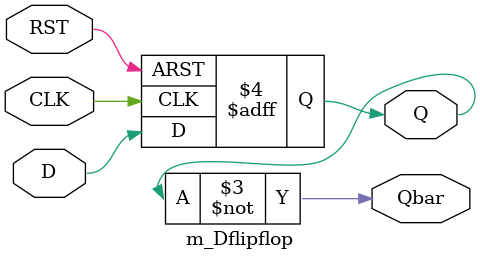
<source format=v>
module m_Dflipflop(D,CLK,RST,Q,Qbar);

input D, CLK, RST;
output reg Q; //need to store it
output Qbar;

always @(posedge CLK or posedge RST) begin //every positive edge of the clock
    
    if (RST==1) begin
        Q<=0; //assignment scheduled after the sim step
    end
    else begin
        Q <= D; //store into Q the value of D
    end
 
end

not(Qbar, Q); // Qbar is not Q

endmodule
</source>
